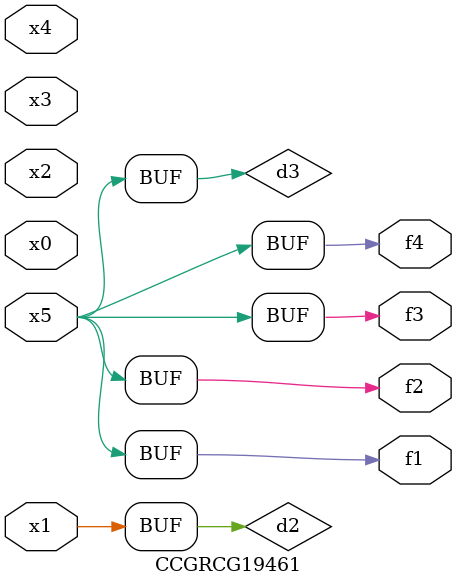
<source format=v>
module CCGRCG19461(
	input x0, x1, x2, x3, x4, x5,
	output f1, f2, f3, f4
);

	wire d1, d2, d3;

	not (d1, x5);
	or (d2, x1);
	xnor (d3, d1);
	assign f1 = d3;
	assign f2 = d3;
	assign f3 = d3;
	assign f4 = d3;
endmodule

</source>
